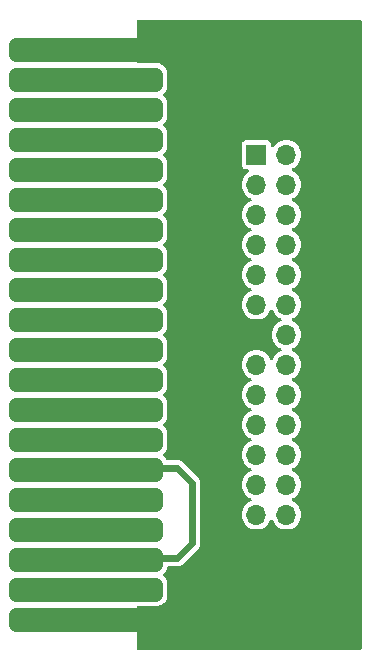
<source format=gbr>
%TF.GenerationSoftware,KiCad,Pcbnew,7.0.11+dfsg-1build4*%
%TF.CreationDate,2024-08-08T20:50:29+02:00*%
%TF.ProjectId,BC01,42433031-2e6b-4696-9361-645f70636258,rev?*%
%TF.SameCoordinates,Original*%
%TF.FileFunction,Copper,L2,Bot*%
%TF.FilePolarity,Positive*%
%FSLAX46Y46*%
G04 Gerber Fmt 4.6, Leading zero omitted, Abs format (unit mm)*
G04 Created by KiCad (PCBNEW 7.0.11+dfsg-1build4) date 2024-08-08 20:50:29*
%MOMM*%
%LPD*%
G01*
G04 APERTURE LIST*
G04 Aperture macros list*
%AMRoundRect*
0 Rectangle with rounded corners*
0 $1 Rounding radius*
0 $2 $3 $4 $5 $6 $7 $8 $9 X,Y pos of 4 corners*
0 Add a 4 corners polygon primitive as box body*
4,1,4,$2,$3,$4,$5,$6,$7,$8,$9,$2,$3,0*
0 Add four circle primitives for the rounded corners*
1,1,$1+$1,$2,$3*
1,1,$1+$1,$4,$5*
1,1,$1+$1,$6,$7*
1,1,$1+$1,$8,$9*
0 Add four rect primitives between the rounded corners*
20,1,$1+$1,$2,$3,$4,$5,0*
20,1,$1+$1,$4,$5,$6,$7,0*
20,1,$1+$1,$6,$7,$8,$9,0*
20,1,$1+$1,$8,$9,$2,$3,0*%
G04 Aperture macros list end*
%TA.AperFunction,SMDPad,CuDef*%
%ADD10RoundRect,0.500000X-6.000000X-0.500000X6.000000X-0.500000X6.000000X0.500000X-6.000000X0.500000X0*%
%TD*%
%TA.AperFunction,ComponentPad*%
%ADD11R,1.700000X1.700000*%
%TD*%
%TA.AperFunction,ComponentPad*%
%ADD12O,1.700000X1.700000*%
%TD*%
%TA.AperFunction,ViaPad*%
%ADD13C,0.600000*%
%TD*%
%TA.AperFunction,Conductor*%
%ADD14C,0.600000*%
%TD*%
G04 APERTURE END LIST*
D10*
%TO.P,J1,40,Pin_40*%
%TO.N,GND*%
X127772900Y-113030000D03*
%TO.P,J1,38,Pin_38*%
%TO.N,unconnected-(J1-Pin_38-Pad38)*%
X127772900Y-110490000D03*
%TO.P,J1,36,Pin_36*%
%TO.N,Net-(J1-Pin_30)*%
X127772900Y-107950000D03*
%TO.P,J1,34,Pin_34*%
%TO.N,unconnected-(J1-Pin_34-Pad34)*%
X127772900Y-105410000D03*
%TO.P,J1,32,Pin_32*%
%TO.N,unconnected-(J1-Pin_32-Pad32)*%
X127772900Y-102870000D03*
%TO.P,J1,30,Pin_30*%
%TO.N,Net-(J1-Pin_30)*%
X127772900Y-100330000D03*
%TO.P,J1,28,Pin_28*%
%TO.N,unconnected-(J1-Pin_28-Pad28)*%
X127772900Y-97790000D03*
%TO.P,J1,26,Pin_26*%
%TO.N,unconnected-(J1-Pin_26-Pad26)*%
X127772900Y-95250000D03*
%TO.P,J1,24,Pin_24*%
%TO.N,unconnected-(J1-Pin_24-Pad24)*%
X127772900Y-92710000D03*
%TO.P,J1,22,Pin_22*%
%TO.N,unconnected-(J1-Pin_22-Pad22)*%
X127772900Y-90170000D03*
%TO.P,J1,20,Pin_20*%
%TO.N,unconnected-(J1-Pin_20-Pad20)*%
X127772900Y-87630000D03*
%TO.P,J1,18,Pin_18*%
%TO.N,unconnected-(J1-Pin_18-Pad18)*%
X127772900Y-85090000D03*
%TO.P,J1,16,Pin_16*%
%TO.N,unconnected-(J1-Pin_16-Pad16)*%
X127772900Y-82550000D03*
%TO.P,J1,14,Pin_14*%
%TO.N,unconnected-(J1-Pin_14-Pad14)*%
X127772900Y-80010000D03*
%TO.P,J1,12,Pin_12*%
%TO.N,unconnected-(J1-Pin_12-Pad12)*%
X127772900Y-77470000D03*
%TO.P,J1,10,Pin_10*%
%TO.N,unconnected-(J1-Pin_10-Pad10)*%
X127772900Y-74930000D03*
%TO.P,J1,8,Pin_8*%
%TO.N,unconnected-(J1-Pin_8-Pad8)*%
X127772900Y-72390000D03*
%TO.P,J1,6,Pin_6*%
%TO.N,unconnected-(J1-Pin_6-Pad6)*%
X127772900Y-69850000D03*
%TO.P,J1,4,Pin_4*%
%TO.N,unconnected-(J1-Pin_4-Pad4)*%
X127772900Y-67310000D03*
%TO.P,J1,2,Pin_2*%
%TO.N,GND*%
X127772900Y-64770000D03*
%TD*%
D11*
%TO.P,J2,1,Pin_1*%
%TO.N,unconnected-(J2-Pin_1-Pad1)*%
X142235000Y-73675000D03*
D12*
%TO.P,J2,2,Pin_2*%
%TO.N,unconnected-(J2-Pin_2-Pad2)*%
X144775000Y-73675000D03*
%TO.P,J2,3,Pin_3*%
%TO.N,RxD*%
X142235000Y-76215000D03*
%TO.P,J2,4,Pin_4*%
%TO.N,unconnected-(J2-Pin_4-Pad4)*%
X144775000Y-76215000D03*
%TO.P,J2,5,Pin_5*%
%TO.N,TxD*%
X142235000Y-78755000D03*
%TO.P,J2,6,Pin_6*%
%TO.N,unconnected-(J2-Pin_6-Pad6)*%
X144775000Y-78755000D03*
%TO.P,J2,7,Pin_7*%
%TO.N,unconnected-(J2-Pin_7-Pad7)*%
X142235000Y-81295000D03*
%TO.P,J2,8,Pin_8*%
%TO.N,unconnected-(J2-Pin_8-Pad8)*%
X144775000Y-81295000D03*
%TO.P,J2,9,Pin_9*%
%TO.N,unconnected-(J2-Pin_9-Pad9)*%
X142235000Y-83835000D03*
%TO.P,J2,10,Pin_10*%
%TO.N,unconnected-(J2-Pin_10-Pad10)*%
X144775000Y-83835000D03*
%TO.P,J2,11,Pin_11*%
%TO.N,unconnected-(J2-Pin_11-Pad11)*%
X142235000Y-86375000D03*
%TO.P,J2,12,Pin_12*%
%TO.N,unconnected-(J2-Pin_12-Pad12)*%
X144775000Y-86375000D03*
%TO.P,J2,13,Pin_13*%
%TO.N,GND*%
X142235000Y-88915000D03*
%TO.P,J2,14,Pin_14*%
%TO.N,unconnected-(J2-Pin_14-Pad14)*%
X144775000Y-88915000D03*
%TO.P,J2,15,Pin_15*%
%TO.N,unconnected-(J2-Pin_15-Pad15)*%
X142235000Y-91455000D03*
%TO.P,J2,16,Pin_16*%
%TO.N,unconnected-(J2-Pin_16-Pad16)*%
X144775000Y-91455000D03*
%TO.P,J2,17,Pin_17*%
%TO.N,unconnected-(J2-Pin_17-Pad17)*%
X142235000Y-93995000D03*
%TO.P,J2,18,Pin_18*%
%TO.N,unconnected-(J2-Pin_18-Pad18)*%
X144775000Y-93995000D03*
%TO.P,J2,19,Pin_19*%
%TO.N,unconnected-(J2-Pin_19-Pad19)*%
X142235000Y-96535000D03*
%TO.P,J2,20,Pin_20*%
%TO.N,unconnected-(J2-Pin_20-Pad20)*%
X144775000Y-96535000D03*
%TO.P,J2,21,Pin_21*%
%TO.N,unconnected-(J2-Pin_21-Pad21)*%
X142235000Y-99075000D03*
%TO.P,J2,22,Pin_22*%
%TO.N,unconnected-(J2-Pin_22-Pad22)*%
X144775000Y-99075000D03*
%TO.P,J2,23,Pin_23*%
%TO.N,unconnected-(J2-Pin_23-Pad23)*%
X142235000Y-101615000D03*
%TO.P,J2,24,Pin_24*%
%TO.N,unconnected-(J2-Pin_24-Pad24)*%
X144775000Y-101615000D03*
%TO.P,J2,25,Pin_25*%
%TO.N,unconnected-(J2-Pin_25-Pad25)*%
X142235000Y-104155000D03*
%TO.P,J2,26,Pin_26*%
%TO.N,unconnected-(J2-Pin_26-Pad26)*%
X144775000Y-104155000D03*
%TD*%
D13*
%TO.N,GND*%
X135890000Y-97790000D03*
X150495000Y-76200000D03*
X150495000Y-101600000D03*
X150495000Y-88900000D03*
X150495000Y-114935000D03*
X142240000Y-114935000D03*
X133350000Y-114935000D03*
X142240000Y-62865000D03*
X150495000Y-62865000D03*
X132715000Y-62865000D03*
%TD*%
D14*
%TO.N,Net-(J1-Pin_30)*%
X127254000Y-107823000D02*
X135509000Y-107823000D01*
X135509000Y-107823000D02*
X136779000Y-106553000D01*
X135509000Y-100203000D02*
X127254000Y-100203000D01*
X136779000Y-106553000D02*
X136779000Y-101473000D01*
X136779000Y-101473000D02*
X135509000Y-100203000D01*
%TD*%
%TA.AperFunction,Conductor*%
%TO.N,GND*%
G36*
X151073039Y-62249685D02*
G01*
X151118794Y-62302489D01*
X151130000Y-62354000D01*
X151130000Y-115446000D01*
X151110315Y-115513039D01*
X151057511Y-115558794D01*
X151006000Y-115570000D01*
X132204000Y-115570000D01*
X132136961Y-115550315D01*
X132091206Y-115497511D01*
X132080000Y-115446000D01*
X132080000Y-112014499D01*
X132099685Y-111947460D01*
X132152489Y-111901705D01*
X132203999Y-111890499D01*
X133835920Y-111890499D01*
X133914545Y-111884312D01*
X134097388Y-111835320D01*
X134225908Y-111769835D01*
X134266046Y-111749385D01*
X134266047Y-111749383D01*
X134266049Y-111749383D01*
X134413157Y-111630257D01*
X134532283Y-111483149D01*
X134618220Y-111314488D01*
X134667212Y-111131645D01*
X134673400Y-111053021D01*
X134673399Y-109926980D01*
X134667212Y-109848355D01*
X134618220Y-109665512D01*
X134574838Y-109580371D01*
X134532285Y-109496853D01*
X134499454Y-109456311D01*
X134413157Y-109349743D01*
X134371937Y-109316364D01*
X134332228Y-109258879D01*
X134329900Y-109189048D01*
X134365695Y-109129044D01*
X134371925Y-109123645D01*
X134413157Y-109090257D01*
X134532283Y-108943149D01*
X134618220Y-108774488D01*
X134660845Y-108615406D01*
X134697210Y-108555746D01*
X134760057Y-108525217D01*
X134780620Y-108523500D01*
X135484079Y-108523500D01*
X135491566Y-108523725D01*
X135551606Y-108527358D01*
X135610782Y-108516513D01*
X135618185Y-108515387D01*
X135621921Y-108514933D01*
X135677872Y-108508140D01*
X135687335Y-108504550D01*
X135708961Y-108498522D01*
X135709893Y-108498351D01*
X135718932Y-108496695D01*
X135773808Y-108471996D01*
X135780678Y-108469150D01*
X135836930Y-108447818D01*
X135845266Y-108442062D01*
X135864821Y-108431034D01*
X135874057Y-108426878D01*
X135921413Y-108389775D01*
X135927404Y-108385366D01*
X135976929Y-108351183D01*
X136016822Y-108306151D01*
X136021924Y-108300731D01*
X137256731Y-107065924D01*
X137262151Y-107060822D01*
X137307183Y-107020929D01*
X137341366Y-106971404D01*
X137345775Y-106965413D01*
X137382878Y-106918057D01*
X137387037Y-106908815D01*
X137398062Y-106889268D01*
X137403818Y-106880930D01*
X137425146Y-106824688D01*
X137428002Y-106817791D01*
X137452694Y-106762932D01*
X137454520Y-106752965D01*
X137460548Y-106731340D01*
X137464140Y-106721872D01*
X137471389Y-106662169D01*
X137472516Y-106654762D01*
X137473563Y-106649048D01*
X137483357Y-106595606D01*
X137479726Y-106535577D01*
X137479500Y-106528090D01*
X137479500Y-104155002D01*
X140979723Y-104155002D01*
X140998793Y-104372975D01*
X140998793Y-104372979D01*
X141055422Y-104584322D01*
X141055424Y-104584326D01*
X141055425Y-104584330D01*
X141077382Y-104631416D01*
X141147897Y-104782638D01*
X141147898Y-104782639D01*
X141273402Y-104961877D01*
X141428123Y-105116598D01*
X141607361Y-105242102D01*
X141805670Y-105334575D01*
X142017023Y-105391207D01*
X142199926Y-105407208D01*
X142234998Y-105410277D01*
X142235000Y-105410277D01*
X142235002Y-105410277D01*
X142263254Y-105407805D01*
X142452977Y-105391207D01*
X142664330Y-105334575D01*
X142862639Y-105242102D01*
X143041877Y-105116598D01*
X143196598Y-104961877D01*
X143322102Y-104782639D01*
X143392618Y-104631414D01*
X143438790Y-104578977D01*
X143505984Y-104559825D01*
X143572865Y-104580041D01*
X143617381Y-104631414D01*
X143687898Y-104782639D01*
X143813402Y-104961877D01*
X143968123Y-105116598D01*
X144147361Y-105242102D01*
X144345670Y-105334575D01*
X144557023Y-105391207D01*
X144739926Y-105407208D01*
X144774998Y-105410277D01*
X144775000Y-105410277D01*
X144775002Y-105410277D01*
X144803254Y-105407805D01*
X144992977Y-105391207D01*
X145204330Y-105334575D01*
X145402639Y-105242102D01*
X145581877Y-105116598D01*
X145736598Y-104961877D01*
X145862102Y-104782639D01*
X145954575Y-104584330D01*
X146011207Y-104372977D01*
X146030277Y-104155000D01*
X146011207Y-103937023D01*
X145954575Y-103725670D01*
X145862102Y-103527362D01*
X145862100Y-103527359D01*
X145862099Y-103527357D01*
X145736599Y-103348124D01*
X145736596Y-103348121D01*
X145581877Y-103193402D01*
X145402639Y-103067898D01*
X145251414Y-102997381D01*
X145198977Y-102951210D01*
X145179825Y-102884016D01*
X145200041Y-102817135D01*
X145251414Y-102772618D01*
X145402639Y-102702102D01*
X145581877Y-102576598D01*
X145736598Y-102421877D01*
X145862102Y-102242639D01*
X145954575Y-102044330D01*
X146011207Y-101832977D01*
X146030277Y-101615000D01*
X146011207Y-101397023D01*
X145954575Y-101185670D01*
X145862102Y-100987362D01*
X145862100Y-100987359D01*
X145862099Y-100987357D01*
X145736599Y-100808124D01*
X145736596Y-100808121D01*
X145581877Y-100653402D01*
X145402639Y-100527898D01*
X145251414Y-100457381D01*
X145198977Y-100411210D01*
X145179825Y-100344016D01*
X145200041Y-100277135D01*
X145251414Y-100232618D01*
X145402639Y-100162102D01*
X145581877Y-100036598D01*
X145736598Y-99881877D01*
X145862102Y-99702639D01*
X145954575Y-99504330D01*
X146011207Y-99292977D01*
X146030277Y-99075000D01*
X146011207Y-98857023D01*
X145954575Y-98645670D01*
X145862102Y-98447362D01*
X145862100Y-98447359D01*
X145862099Y-98447357D01*
X145736599Y-98268124D01*
X145736596Y-98268121D01*
X145581877Y-98113402D01*
X145402639Y-97987898D01*
X145251414Y-97917381D01*
X145198977Y-97871210D01*
X145179825Y-97804016D01*
X145200041Y-97737135D01*
X145251414Y-97692618D01*
X145402639Y-97622102D01*
X145581877Y-97496598D01*
X145736598Y-97341877D01*
X145862102Y-97162639D01*
X145954575Y-96964330D01*
X146011207Y-96752977D01*
X146030277Y-96535000D01*
X146011207Y-96317023D01*
X145954575Y-96105670D01*
X145862102Y-95907362D01*
X145862100Y-95907359D01*
X145862099Y-95907357D01*
X145736599Y-95728124D01*
X145736596Y-95728121D01*
X145581877Y-95573402D01*
X145402639Y-95447898D01*
X145251414Y-95377381D01*
X145198977Y-95331210D01*
X145179825Y-95264016D01*
X145200041Y-95197135D01*
X145251414Y-95152618D01*
X145402639Y-95082102D01*
X145581877Y-94956598D01*
X145736598Y-94801877D01*
X145862102Y-94622639D01*
X145954575Y-94424330D01*
X146011207Y-94212977D01*
X146030277Y-93995000D01*
X146011207Y-93777023D01*
X145954575Y-93565670D01*
X145862102Y-93367362D01*
X145862100Y-93367359D01*
X145862099Y-93367357D01*
X145736599Y-93188124D01*
X145736596Y-93188121D01*
X145581877Y-93033402D01*
X145402639Y-92907898D01*
X145251414Y-92837381D01*
X145198977Y-92791210D01*
X145179825Y-92724016D01*
X145200041Y-92657135D01*
X145251414Y-92612618D01*
X145402639Y-92542102D01*
X145581877Y-92416598D01*
X145736598Y-92261877D01*
X145862102Y-92082639D01*
X145954575Y-91884330D01*
X146011207Y-91672977D01*
X146030277Y-91455000D01*
X146011207Y-91237023D01*
X145954575Y-91025670D01*
X145862102Y-90827362D01*
X145862100Y-90827359D01*
X145862099Y-90827357D01*
X145736599Y-90648124D01*
X145736596Y-90648121D01*
X145581877Y-90493402D01*
X145402639Y-90367898D01*
X145251414Y-90297381D01*
X145198977Y-90251210D01*
X145179825Y-90184016D01*
X145200041Y-90117135D01*
X145251414Y-90072618D01*
X145402639Y-90002102D01*
X145581877Y-89876598D01*
X145736598Y-89721877D01*
X145862102Y-89542639D01*
X145954575Y-89344330D01*
X146011207Y-89132977D01*
X146030277Y-88915000D01*
X146011207Y-88697023D01*
X145954575Y-88485670D01*
X145862102Y-88287362D01*
X145862100Y-88287359D01*
X145862099Y-88287357D01*
X145736599Y-88108124D01*
X145736596Y-88108121D01*
X145581877Y-87953402D01*
X145402639Y-87827898D01*
X145251414Y-87757381D01*
X145198977Y-87711210D01*
X145179825Y-87644016D01*
X145200041Y-87577135D01*
X145251414Y-87532618D01*
X145402639Y-87462102D01*
X145581877Y-87336598D01*
X145736598Y-87181877D01*
X145862102Y-87002639D01*
X145954575Y-86804330D01*
X146011207Y-86592977D01*
X146030277Y-86375000D01*
X146011207Y-86157023D01*
X145954575Y-85945670D01*
X145862102Y-85747362D01*
X145862100Y-85747359D01*
X145862099Y-85747357D01*
X145736599Y-85568124D01*
X145736596Y-85568121D01*
X145581877Y-85413402D01*
X145402639Y-85287898D01*
X145251414Y-85217381D01*
X145198977Y-85171210D01*
X145179825Y-85104016D01*
X145200041Y-85037135D01*
X145251414Y-84992618D01*
X145402639Y-84922102D01*
X145581877Y-84796598D01*
X145736598Y-84641877D01*
X145862102Y-84462639D01*
X145954575Y-84264330D01*
X146011207Y-84052977D01*
X146030277Y-83835000D01*
X146011207Y-83617023D01*
X145954575Y-83405670D01*
X145862102Y-83207362D01*
X145862100Y-83207359D01*
X145862099Y-83207357D01*
X145736599Y-83028124D01*
X145736596Y-83028121D01*
X145581877Y-82873402D01*
X145402639Y-82747898D01*
X145251414Y-82677381D01*
X145198977Y-82631210D01*
X145179825Y-82564016D01*
X145200041Y-82497135D01*
X145251414Y-82452618D01*
X145402639Y-82382102D01*
X145581877Y-82256598D01*
X145736598Y-82101877D01*
X145862102Y-81922639D01*
X145954575Y-81724330D01*
X146011207Y-81512977D01*
X146030277Y-81295000D01*
X146011207Y-81077023D01*
X145954575Y-80865670D01*
X145862102Y-80667362D01*
X145862100Y-80667359D01*
X145862099Y-80667357D01*
X145736599Y-80488124D01*
X145736596Y-80488121D01*
X145581877Y-80333402D01*
X145402639Y-80207898D01*
X145251414Y-80137381D01*
X145198977Y-80091210D01*
X145179825Y-80024016D01*
X145200041Y-79957135D01*
X145251414Y-79912618D01*
X145402639Y-79842102D01*
X145581877Y-79716598D01*
X145736598Y-79561877D01*
X145862102Y-79382639D01*
X145954575Y-79184330D01*
X146011207Y-78972977D01*
X146030277Y-78755000D01*
X146011207Y-78537023D01*
X145954575Y-78325670D01*
X145862102Y-78127362D01*
X145862100Y-78127359D01*
X145862099Y-78127357D01*
X145736599Y-77948124D01*
X145736596Y-77948121D01*
X145581877Y-77793402D01*
X145402639Y-77667898D01*
X145251414Y-77597381D01*
X145198977Y-77551210D01*
X145179825Y-77484016D01*
X145200041Y-77417135D01*
X145251414Y-77372618D01*
X145402639Y-77302102D01*
X145581877Y-77176598D01*
X145736598Y-77021877D01*
X145862102Y-76842639D01*
X145954575Y-76644330D01*
X146011207Y-76432977D01*
X146030277Y-76215000D01*
X146011207Y-75997023D01*
X145954575Y-75785670D01*
X145862102Y-75587362D01*
X145862100Y-75587359D01*
X145862099Y-75587357D01*
X145736599Y-75408124D01*
X145736596Y-75408121D01*
X145581877Y-75253402D01*
X145402639Y-75127898D01*
X145251414Y-75057381D01*
X145198977Y-75011210D01*
X145179825Y-74944016D01*
X145200041Y-74877135D01*
X145251414Y-74832618D01*
X145402639Y-74762102D01*
X145581877Y-74636598D01*
X145736598Y-74481877D01*
X145862102Y-74302639D01*
X145954575Y-74104330D01*
X146011207Y-73892977D01*
X146030277Y-73675000D01*
X146011207Y-73457023D01*
X145954575Y-73245670D01*
X145862102Y-73047362D01*
X145862100Y-73047359D01*
X145862099Y-73047357D01*
X145736599Y-72868124D01*
X145661950Y-72793475D01*
X145581877Y-72713402D01*
X145402639Y-72587898D01*
X145402640Y-72587898D01*
X145402638Y-72587897D01*
X145303484Y-72541661D01*
X145204330Y-72495425D01*
X145204326Y-72495424D01*
X145204322Y-72495422D01*
X144992977Y-72438793D01*
X144775002Y-72419723D01*
X144774998Y-72419723D01*
X144629682Y-72432436D01*
X144557023Y-72438793D01*
X144557020Y-72438793D01*
X144345677Y-72495422D01*
X144345670Y-72495424D01*
X144345670Y-72495425D01*
X144342391Y-72496954D01*
X144147361Y-72587898D01*
X144147357Y-72587900D01*
X143968121Y-72713402D01*
X143813402Y-72868121D01*
X143711074Y-73014262D01*
X143656497Y-73057887D01*
X143586999Y-73065081D01*
X143524644Y-73033558D01*
X143489230Y-72973328D01*
X143485499Y-72943139D01*
X143485499Y-72793482D01*
X143485498Y-72793475D01*
X143470646Y-72699696D01*
X143413050Y-72586658D01*
X143413046Y-72586654D01*
X143413045Y-72586652D01*
X143323347Y-72496954D01*
X143323344Y-72496952D01*
X143323342Y-72496950D01*
X143246517Y-72457805D01*
X143210301Y-72439352D01*
X143116524Y-72424500D01*
X141353482Y-72424500D01*
X141272519Y-72437323D01*
X141259696Y-72439354D01*
X141146658Y-72496950D01*
X141146657Y-72496951D01*
X141146652Y-72496954D01*
X141056954Y-72586652D01*
X141056951Y-72586657D01*
X141056950Y-72586658D01*
X141037751Y-72624337D01*
X140999352Y-72699698D01*
X140984500Y-72793475D01*
X140984500Y-74556517D01*
X140995292Y-74624657D01*
X140999354Y-74650304D01*
X141056950Y-74763342D01*
X141056952Y-74763344D01*
X141056954Y-74763347D01*
X141146652Y-74853045D01*
X141146654Y-74853046D01*
X141146658Y-74853050D01*
X141259694Y-74910645D01*
X141259698Y-74910647D01*
X141353475Y-74925499D01*
X141353481Y-74925500D01*
X141503140Y-74925499D01*
X141570177Y-74945183D01*
X141615932Y-74997987D01*
X141625876Y-75067145D01*
X141596851Y-75130701D01*
X141574262Y-75151074D01*
X141428118Y-75253405D01*
X141273402Y-75408121D01*
X141147900Y-75587357D01*
X141147898Y-75587361D01*
X141055426Y-75785668D01*
X141055422Y-75785677D01*
X140998793Y-75997020D01*
X140998793Y-75997024D01*
X140979723Y-76214997D01*
X140979723Y-76215002D01*
X140998793Y-76432975D01*
X140998793Y-76432979D01*
X141055422Y-76644322D01*
X141055424Y-76644326D01*
X141055425Y-76644330D01*
X141077382Y-76691416D01*
X141147897Y-76842638D01*
X141147898Y-76842639D01*
X141273402Y-77021877D01*
X141428123Y-77176598D01*
X141607360Y-77302101D01*
X141607361Y-77302102D01*
X141758583Y-77372618D01*
X141811022Y-77418790D01*
X141830174Y-77485984D01*
X141809958Y-77552865D01*
X141758583Y-77597382D01*
X141607361Y-77667898D01*
X141607357Y-77667900D01*
X141428121Y-77793402D01*
X141273402Y-77948121D01*
X141147900Y-78127357D01*
X141147898Y-78127361D01*
X141055426Y-78325668D01*
X141055422Y-78325677D01*
X140998793Y-78537020D01*
X140998793Y-78537024D01*
X140979723Y-78754997D01*
X140979723Y-78755002D01*
X140998793Y-78972975D01*
X140998793Y-78972979D01*
X141055422Y-79184322D01*
X141055424Y-79184326D01*
X141055425Y-79184330D01*
X141077382Y-79231416D01*
X141147897Y-79382638D01*
X141147898Y-79382639D01*
X141273402Y-79561877D01*
X141428123Y-79716598D01*
X141607360Y-79842101D01*
X141607361Y-79842102D01*
X141758583Y-79912618D01*
X141811022Y-79958790D01*
X141830174Y-80025984D01*
X141809958Y-80092865D01*
X141758583Y-80137382D01*
X141607361Y-80207898D01*
X141607357Y-80207900D01*
X141428121Y-80333402D01*
X141273402Y-80488121D01*
X141147900Y-80667357D01*
X141147898Y-80667361D01*
X141055426Y-80865668D01*
X141055422Y-80865677D01*
X140998793Y-81077020D01*
X140998793Y-81077024D01*
X140979723Y-81294997D01*
X140979723Y-81295002D01*
X140998793Y-81512975D01*
X140998793Y-81512979D01*
X141055422Y-81724322D01*
X141055424Y-81724326D01*
X141055425Y-81724330D01*
X141077382Y-81771416D01*
X141147897Y-81922638D01*
X141147898Y-81922639D01*
X141273402Y-82101877D01*
X141428123Y-82256598D01*
X141607360Y-82382101D01*
X141607361Y-82382102D01*
X141758583Y-82452618D01*
X141811022Y-82498790D01*
X141830174Y-82565984D01*
X141809958Y-82632865D01*
X141758583Y-82677382D01*
X141607361Y-82747898D01*
X141607357Y-82747900D01*
X141428121Y-82873402D01*
X141273402Y-83028121D01*
X141147900Y-83207357D01*
X141147898Y-83207361D01*
X141055426Y-83405668D01*
X141055422Y-83405677D01*
X140998793Y-83617020D01*
X140998793Y-83617024D01*
X140979723Y-83834997D01*
X140979723Y-83835002D01*
X140998793Y-84052975D01*
X140998793Y-84052979D01*
X141055422Y-84264322D01*
X141055424Y-84264326D01*
X141055425Y-84264330D01*
X141077382Y-84311416D01*
X141147897Y-84462638D01*
X141147898Y-84462639D01*
X141273402Y-84641877D01*
X141428123Y-84796598D01*
X141607360Y-84922101D01*
X141607361Y-84922102D01*
X141758583Y-84992618D01*
X141811022Y-85038790D01*
X141830174Y-85105984D01*
X141809958Y-85172865D01*
X141758583Y-85217382D01*
X141607361Y-85287898D01*
X141607357Y-85287900D01*
X141428121Y-85413402D01*
X141273402Y-85568121D01*
X141147900Y-85747357D01*
X141147898Y-85747361D01*
X141055426Y-85945668D01*
X141055422Y-85945677D01*
X140998793Y-86157020D01*
X140998793Y-86157024D01*
X140979723Y-86374997D01*
X140979723Y-86375002D01*
X140998793Y-86592975D01*
X140998793Y-86592979D01*
X141055422Y-86804322D01*
X141055424Y-86804326D01*
X141055425Y-86804330D01*
X141077382Y-86851416D01*
X141147897Y-87002638D01*
X141147898Y-87002639D01*
X141273402Y-87181877D01*
X141428123Y-87336598D01*
X141607361Y-87462102D01*
X141805670Y-87554575D01*
X142017023Y-87611207D01*
X142199926Y-87627208D01*
X142234998Y-87630277D01*
X142235000Y-87630277D01*
X142235002Y-87630277D01*
X142263254Y-87627805D01*
X142452977Y-87611207D01*
X142664330Y-87554575D01*
X142862639Y-87462102D01*
X143041877Y-87336598D01*
X143196598Y-87181877D01*
X143322102Y-87002639D01*
X143392618Y-86851414D01*
X143438790Y-86798977D01*
X143505984Y-86779825D01*
X143572865Y-86800041D01*
X143617381Y-86851414D01*
X143687898Y-87002639D01*
X143813402Y-87181877D01*
X143968123Y-87336598D01*
X144147360Y-87462101D01*
X144147361Y-87462102D01*
X144298583Y-87532618D01*
X144351022Y-87578790D01*
X144370174Y-87645984D01*
X144349958Y-87712865D01*
X144298583Y-87757382D01*
X144147361Y-87827898D01*
X144147357Y-87827900D01*
X143968121Y-87953402D01*
X143813402Y-88108121D01*
X143687900Y-88287357D01*
X143687898Y-88287361D01*
X143595426Y-88485668D01*
X143595422Y-88485677D01*
X143538793Y-88697020D01*
X143538793Y-88697024D01*
X143519723Y-88914997D01*
X143519723Y-88915002D01*
X143538793Y-89132975D01*
X143538793Y-89132979D01*
X143595422Y-89344322D01*
X143595424Y-89344326D01*
X143595425Y-89344330D01*
X143641661Y-89443484D01*
X143687897Y-89542638D01*
X143687898Y-89542639D01*
X143813402Y-89721877D01*
X143968123Y-89876598D01*
X144147360Y-90002101D01*
X144147361Y-90002102D01*
X144298583Y-90072618D01*
X144351022Y-90118790D01*
X144370174Y-90185984D01*
X144349958Y-90252865D01*
X144298583Y-90297382D01*
X144147361Y-90367898D01*
X144147357Y-90367900D01*
X143968121Y-90493402D01*
X143813402Y-90648121D01*
X143687900Y-90827357D01*
X143687898Y-90827361D01*
X143617382Y-90978583D01*
X143571209Y-91031022D01*
X143504016Y-91050174D01*
X143437135Y-91029958D01*
X143392618Y-90978583D01*
X143378118Y-90947488D01*
X143322102Y-90827362D01*
X143322100Y-90827359D01*
X143322099Y-90827357D01*
X143196599Y-90648124D01*
X143196596Y-90648121D01*
X143041877Y-90493402D01*
X142862639Y-90367898D01*
X142862640Y-90367898D01*
X142862638Y-90367897D01*
X142763484Y-90321661D01*
X142664330Y-90275425D01*
X142664326Y-90275424D01*
X142664322Y-90275422D01*
X142452977Y-90218793D01*
X142235002Y-90199723D01*
X142234998Y-90199723D01*
X142089682Y-90212436D01*
X142017023Y-90218793D01*
X142017020Y-90218793D01*
X141805677Y-90275422D01*
X141805668Y-90275426D01*
X141607361Y-90367898D01*
X141607357Y-90367900D01*
X141428121Y-90493402D01*
X141273402Y-90648121D01*
X141147900Y-90827357D01*
X141147898Y-90827361D01*
X141055426Y-91025668D01*
X141055422Y-91025677D01*
X140998793Y-91237020D01*
X140998793Y-91237024D01*
X140979723Y-91454997D01*
X140979723Y-91455002D01*
X140998793Y-91672975D01*
X140998793Y-91672979D01*
X141055422Y-91884322D01*
X141055424Y-91884326D01*
X141055425Y-91884330D01*
X141077382Y-91931416D01*
X141147897Y-92082638D01*
X141147898Y-92082639D01*
X141273402Y-92261877D01*
X141428123Y-92416598D01*
X141607360Y-92542101D01*
X141607361Y-92542102D01*
X141758583Y-92612618D01*
X141811022Y-92658790D01*
X141830174Y-92725984D01*
X141809958Y-92792865D01*
X141758583Y-92837382D01*
X141607361Y-92907898D01*
X141607357Y-92907900D01*
X141428121Y-93033402D01*
X141273402Y-93188121D01*
X141147900Y-93367357D01*
X141147898Y-93367361D01*
X141055426Y-93565668D01*
X141055422Y-93565677D01*
X140998793Y-93777020D01*
X140998793Y-93777024D01*
X140979723Y-93994997D01*
X140979723Y-93995002D01*
X140998793Y-94212975D01*
X140998793Y-94212979D01*
X141055422Y-94424322D01*
X141055424Y-94424326D01*
X141055425Y-94424330D01*
X141077382Y-94471416D01*
X141147897Y-94622638D01*
X141147898Y-94622639D01*
X141273402Y-94801877D01*
X141428123Y-94956598D01*
X141607360Y-95082101D01*
X141607361Y-95082102D01*
X141758583Y-95152618D01*
X141811022Y-95198790D01*
X141830174Y-95265984D01*
X141809958Y-95332865D01*
X141758583Y-95377382D01*
X141607361Y-95447898D01*
X141607357Y-95447900D01*
X141428121Y-95573402D01*
X141273402Y-95728121D01*
X141147900Y-95907357D01*
X141147898Y-95907361D01*
X141055426Y-96105668D01*
X141055422Y-96105677D01*
X140998793Y-96317020D01*
X140998793Y-96317024D01*
X140979723Y-96534997D01*
X140979723Y-96535002D01*
X140998793Y-96752975D01*
X140998793Y-96752979D01*
X141055422Y-96964322D01*
X141055424Y-96964326D01*
X141055425Y-96964330D01*
X141077382Y-97011416D01*
X141147897Y-97162638D01*
X141147898Y-97162639D01*
X141273402Y-97341877D01*
X141428123Y-97496598D01*
X141607360Y-97622101D01*
X141607361Y-97622102D01*
X141758583Y-97692618D01*
X141811022Y-97738790D01*
X141830174Y-97805984D01*
X141809958Y-97872865D01*
X141758583Y-97917382D01*
X141607361Y-97987898D01*
X141607357Y-97987900D01*
X141428121Y-98113402D01*
X141273402Y-98268121D01*
X141147900Y-98447357D01*
X141147898Y-98447361D01*
X141055426Y-98645668D01*
X141055422Y-98645677D01*
X140998793Y-98857020D01*
X140998793Y-98857024D01*
X140979723Y-99074997D01*
X140979723Y-99075002D01*
X140998793Y-99292975D01*
X140998793Y-99292979D01*
X141055422Y-99504322D01*
X141055424Y-99504326D01*
X141055425Y-99504330D01*
X141079919Y-99556857D01*
X141147897Y-99702638D01*
X141172998Y-99738486D01*
X141273402Y-99881877D01*
X141428123Y-100036598D01*
X141607360Y-100162101D01*
X141607361Y-100162102D01*
X141758583Y-100232618D01*
X141811022Y-100278790D01*
X141830174Y-100345984D01*
X141809958Y-100412865D01*
X141758583Y-100457382D01*
X141607361Y-100527898D01*
X141607357Y-100527900D01*
X141428121Y-100653402D01*
X141273402Y-100808121D01*
X141147900Y-100987357D01*
X141147898Y-100987361D01*
X141055426Y-101185668D01*
X141055422Y-101185677D01*
X140998793Y-101397020D01*
X140998793Y-101397023D01*
X140994025Y-101451517D01*
X140979723Y-101614997D01*
X140979723Y-101615002D01*
X140998793Y-101832975D01*
X140998793Y-101832979D01*
X141055422Y-102044322D01*
X141055424Y-102044326D01*
X141055425Y-102044330D01*
X141077382Y-102091416D01*
X141147897Y-102242638D01*
X141147898Y-102242639D01*
X141273402Y-102421877D01*
X141428123Y-102576598D01*
X141607360Y-102702101D01*
X141607361Y-102702102D01*
X141758583Y-102772618D01*
X141811022Y-102818790D01*
X141830174Y-102885984D01*
X141809958Y-102952865D01*
X141758583Y-102997382D01*
X141607361Y-103067898D01*
X141607357Y-103067900D01*
X141428121Y-103193402D01*
X141273402Y-103348121D01*
X141147900Y-103527357D01*
X141147898Y-103527361D01*
X141055426Y-103725668D01*
X141055422Y-103725677D01*
X140998793Y-103937020D01*
X140998793Y-103937024D01*
X140979723Y-104154997D01*
X140979723Y-104155002D01*
X137479500Y-104155002D01*
X137479500Y-101497908D01*
X137479726Y-101490421D01*
X137483357Y-101430394D01*
X137483356Y-101430391D01*
X137472516Y-101371235D01*
X137471389Y-101363830D01*
X137469495Y-101348234D01*
X137464140Y-101304128D01*
X137460546Y-101294651D01*
X137454519Y-101273029D01*
X137452694Y-101263070D01*
X137452694Y-101263068D01*
X137428010Y-101208223D01*
X137425149Y-101201317D01*
X137403818Y-101145070D01*
X137398058Y-101136726D01*
X137387035Y-101117180D01*
X137382878Y-101107943D01*
X137345763Y-101060569D01*
X137341345Y-101054563D01*
X137307185Y-101005073D01*
X137307183Y-101005071D01*
X137262153Y-100965178D01*
X137256715Y-100960058D01*
X136021940Y-99725283D01*
X136016805Y-99719828D01*
X135976929Y-99674816D01*
X135976924Y-99674812D01*
X135927438Y-99640655D01*
X135921403Y-99636215D01*
X135874060Y-99599124D01*
X135874055Y-99599120D01*
X135864813Y-99594961D01*
X135845266Y-99583936D01*
X135836931Y-99578183D01*
X135836932Y-99578183D01*
X135836930Y-99578182D01*
X135780694Y-99556854D01*
X135773790Y-99553994D01*
X135718932Y-99529305D01*
X135718930Y-99529304D01*
X135708946Y-99527474D01*
X135687343Y-99521451D01*
X135677874Y-99517860D01*
X135677871Y-99517859D01*
X135618171Y-99510610D01*
X135610770Y-99509483D01*
X135551609Y-99498642D01*
X135551603Y-99498642D01*
X135491567Y-99502274D01*
X135484079Y-99502500D01*
X134692673Y-99502500D01*
X134625634Y-99482815D01*
X134582188Y-99434795D01*
X134565123Y-99401304D01*
X134532283Y-99336851D01*
X134413157Y-99189743D01*
X134371937Y-99156364D01*
X134332228Y-99098879D01*
X134329900Y-99029048D01*
X134365695Y-98969044D01*
X134371925Y-98963645D01*
X134413157Y-98930257D01*
X134532283Y-98783149D01*
X134618220Y-98614488D01*
X134667212Y-98431645D01*
X134673400Y-98353021D01*
X134673399Y-97226980D01*
X134667212Y-97148355D01*
X134618220Y-96965512D01*
X134574838Y-96880371D01*
X134532285Y-96796853D01*
X134496753Y-96752975D01*
X134413157Y-96649743D01*
X134371937Y-96616364D01*
X134332228Y-96558879D01*
X134329900Y-96489048D01*
X134365695Y-96429044D01*
X134371925Y-96423645D01*
X134413157Y-96390257D01*
X134532283Y-96243149D01*
X134618220Y-96074488D01*
X134667212Y-95891645D01*
X134673400Y-95813021D01*
X134673399Y-94686980D01*
X134667212Y-94608355D01*
X134618220Y-94425512D01*
X134574838Y-94340371D01*
X134532285Y-94256853D01*
X134496753Y-94212975D01*
X134413157Y-94109743D01*
X134371937Y-94076364D01*
X134332228Y-94018879D01*
X134329900Y-93949048D01*
X134365695Y-93889044D01*
X134371925Y-93883645D01*
X134413157Y-93850257D01*
X134532283Y-93703149D01*
X134618220Y-93534488D01*
X134667212Y-93351645D01*
X134673400Y-93273021D01*
X134673399Y-92146980D01*
X134667212Y-92068355D01*
X134618220Y-91885512D01*
X134574838Y-91800371D01*
X134532285Y-91716853D01*
X134496753Y-91672975D01*
X134413157Y-91569743D01*
X134371937Y-91536364D01*
X134332228Y-91478879D01*
X134329900Y-91409048D01*
X134365695Y-91349044D01*
X134371925Y-91343645D01*
X134413157Y-91310257D01*
X134532283Y-91163149D01*
X134618220Y-90994488D01*
X134667212Y-90811645D01*
X134673400Y-90733021D01*
X134673399Y-89606980D01*
X134667212Y-89528355D01*
X134618220Y-89345512D01*
X134574838Y-89260371D01*
X134532285Y-89176853D01*
X134496753Y-89132975D01*
X134413157Y-89029743D01*
X134371937Y-88996364D01*
X134332228Y-88938879D01*
X134329900Y-88869048D01*
X134365695Y-88809044D01*
X134371925Y-88803645D01*
X134413157Y-88770257D01*
X134532283Y-88623149D01*
X134618220Y-88454488D01*
X134667212Y-88271645D01*
X134673400Y-88193021D01*
X134673399Y-87066980D01*
X134667212Y-86988355D01*
X134618220Y-86805512D01*
X134574838Y-86720371D01*
X134532285Y-86636853D01*
X134496753Y-86592975D01*
X134413157Y-86489743D01*
X134371937Y-86456364D01*
X134332228Y-86398879D01*
X134329900Y-86329048D01*
X134365695Y-86269044D01*
X134371925Y-86263645D01*
X134413157Y-86230257D01*
X134532283Y-86083149D01*
X134618220Y-85914488D01*
X134667212Y-85731645D01*
X134673400Y-85653021D01*
X134673399Y-84526980D01*
X134667212Y-84448355D01*
X134618220Y-84265512D01*
X134574838Y-84180371D01*
X134532285Y-84096853D01*
X134496753Y-84052975D01*
X134413157Y-83949743D01*
X134371937Y-83916364D01*
X134332228Y-83858879D01*
X134329900Y-83789048D01*
X134365695Y-83729044D01*
X134371925Y-83723645D01*
X134413157Y-83690257D01*
X134532283Y-83543149D01*
X134618220Y-83374488D01*
X134667212Y-83191645D01*
X134673400Y-83113021D01*
X134673399Y-81986980D01*
X134667212Y-81908355D01*
X134618220Y-81725512D01*
X134574838Y-81640371D01*
X134532285Y-81556853D01*
X134496753Y-81512975D01*
X134413157Y-81409743D01*
X134371937Y-81376364D01*
X134332228Y-81318879D01*
X134329900Y-81249048D01*
X134365695Y-81189044D01*
X134371925Y-81183645D01*
X134413157Y-81150257D01*
X134532283Y-81003149D01*
X134618220Y-80834488D01*
X134667212Y-80651645D01*
X134673400Y-80573021D01*
X134673399Y-79446980D01*
X134667212Y-79368355D01*
X134618220Y-79185512D01*
X134574838Y-79100371D01*
X134532285Y-79016853D01*
X134496753Y-78972975D01*
X134413157Y-78869743D01*
X134371937Y-78836364D01*
X134332228Y-78778879D01*
X134329900Y-78709048D01*
X134365695Y-78649044D01*
X134371925Y-78643645D01*
X134413157Y-78610257D01*
X134532283Y-78463149D01*
X134618220Y-78294488D01*
X134667212Y-78111645D01*
X134673400Y-78033021D01*
X134673399Y-76906980D01*
X134667212Y-76828355D01*
X134618220Y-76645512D01*
X134574838Y-76560371D01*
X134532285Y-76476853D01*
X134496753Y-76432975D01*
X134413157Y-76329743D01*
X134371937Y-76296364D01*
X134332228Y-76238879D01*
X134329900Y-76169048D01*
X134365695Y-76109044D01*
X134371925Y-76103645D01*
X134413157Y-76070257D01*
X134532283Y-75923149D01*
X134618220Y-75754488D01*
X134667212Y-75571645D01*
X134673400Y-75493021D01*
X134673399Y-74366980D01*
X134667212Y-74288355D01*
X134618220Y-74105512D01*
X134574838Y-74020371D01*
X134532285Y-73936853D01*
X134496753Y-73892975D01*
X134413157Y-73789743D01*
X134371937Y-73756364D01*
X134332228Y-73698879D01*
X134329900Y-73629048D01*
X134365695Y-73569044D01*
X134371925Y-73563645D01*
X134413157Y-73530257D01*
X134532283Y-73383149D01*
X134618220Y-73214488D01*
X134667212Y-73031645D01*
X134673400Y-72953021D01*
X134673399Y-71826980D01*
X134667212Y-71748355D01*
X134618220Y-71565512D01*
X134574838Y-71480371D01*
X134532285Y-71396853D01*
X134499454Y-71356311D01*
X134413157Y-71249743D01*
X134371937Y-71216364D01*
X134332228Y-71158879D01*
X134329900Y-71089048D01*
X134365695Y-71029044D01*
X134371925Y-71023645D01*
X134413157Y-70990257D01*
X134532283Y-70843149D01*
X134618220Y-70674488D01*
X134667212Y-70491645D01*
X134673400Y-70413021D01*
X134673399Y-69286980D01*
X134667212Y-69208355D01*
X134618220Y-69025512D01*
X134574838Y-68940371D01*
X134532285Y-68856853D01*
X134499454Y-68816311D01*
X134413157Y-68709743D01*
X134371937Y-68676364D01*
X134332228Y-68618879D01*
X134329900Y-68549048D01*
X134365695Y-68489044D01*
X134371925Y-68483645D01*
X134413157Y-68450257D01*
X134532283Y-68303149D01*
X134618220Y-68134488D01*
X134667212Y-67951645D01*
X134673400Y-67873021D01*
X134673399Y-66746980D01*
X134667212Y-66668355D01*
X134618220Y-66485512D01*
X134574838Y-66400371D01*
X134532285Y-66316853D01*
X134499454Y-66276311D01*
X134413157Y-66169743D01*
X134326858Y-66099859D01*
X134266046Y-66050614D01*
X134140768Y-65986783D01*
X134097388Y-65964680D01*
X134030462Y-65946747D01*
X133914543Y-65915687D01*
X133835926Y-65909500D01*
X132204000Y-65909500D01*
X132136961Y-65889815D01*
X132091206Y-65837011D01*
X132080000Y-65785500D01*
X132080000Y-62354000D01*
X132099685Y-62286961D01*
X132152489Y-62241206D01*
X132204000Y-62230000D01*
X151006000Y-62230000D01*
X151073039Y-62249685D01*
G37*
%TD.AperFunction*%
%TD*%
M02*

</source>
